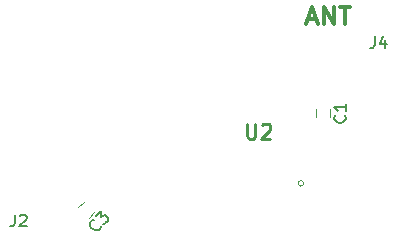
<source format=gbr>
%TF.GenerationSoftware,KiCad,Pcbnew,(2017-10-17 revision 537804b)-master*%
%TF.CreationDate,2018-07-22T21:53:39+10:00*%
%TF.ProjectId,rf_matching,72665F6D61746368696E672E6B696361,rev?*%
%TF.SameCoordinates,PX92c53e0PY691e668*%
%TF.FileFunction,Legend,Top*%
%TF.FilePolarity,Positive*%
%FSLAX46Y46*%
G04 Gerber Fmt 4.6, Leading zero omitted, Abs format (unit mm)*
G04 Created by KiCad (PCBNEW (2017-10-17 revision 537804b)-master) date Sunday, 22 July 2018 'PMt' 21:53:39*
%MOMM*%
%LPD*%
G01*
G04 APERTURE LIST*
%ADD10C,0.300000*%
%ADD11C,0.100000*%
%ADD12C,0.120000*%
%ADD13C,0.150000*%
%ADD14C,0.254000*%
G04 APERTURE END LIST*
D10*
X32310714Y29100000D02*
X33025000Y29100000D01*
X32167857Y28671429D02*
X32667857Y30171429D01*
X33167857Y28671429D01*
X33667857Y28671429D02*
X33667857Y30171429D01*
X34525000Y28671429D01*
X34525000Y30171429D01*
X35025000Y30171429D02*
X35882142Y30171429D01*
X35453571Y28671429D02*
X35453571Y30171429D01*
D11*
%TO.C,U2*%
X31949310Y15215000D02*
G75*
G03X31949310Y15215000I-234310J0D01*
G01*
D12*
%TO.C,C1*%
X32975000Y20800000D02*
X32975000Y21500000D01*
X34175000Y21500000D02*
X34175000Y20800000D01*
%TO.C,C3*%
X14221751Y12823223D02*
X13726777Y12328249D01*
X12878249Y13176777D02*
X13373223Y13671751D01*
%TO.C,J2*%
D13*
X7491666Y12572620D02*
X7491666Y11858334D01*
X7444047Y11715477D01*
X7348809Y11620239D01*
X7205952Y11572620D01*
X7110714Y11572620D01*
X7920238Y12477381D02*
X7967857Y12525000D01*
X8063095Y12572620D01*
X8301190Y12572620D01*
X8396428Y12525000D01*
X8444047Y12477381D01*
X8491666Y12382143D01*
X8491666Y12286905D01*
X8444047Y12144048D01*
X7872619Y11572620D01*
X8491666Y11572620D01*
%TO.C,J4*%
X37966666Y27672620D02*
X37966666Y26958334D01*
X37919047Y26815477D01*
X37823809Y26720239D01*
X37680952Y26672620D01*
X37585714Y26672620D01*
X38871428Y27339286D02*
X38871428Y26672620D01*
X38633333Y27720239D02*
X38395238Y27005953D01*
X39014285Y27005953D01*
%TO.C,U2*%
D14*
X27132380Y20270477D02*
X27132380Y19242381D01*
X27192857Y19121429D01*
X27253333Y19060953D01*
X27374285Y19000477D01*
X27616190Y19000477D01*
X27737142Y19060953D01*
X27797619Y19121429D01*
X27858095Y19242381D01*
X27858095Y20270477D01*
X28402380Y20149524D02*
X28462857Y20210000D01*
X28583809Y20270477D01*
X28886190Y20270477D01*
X29007142Y20210000D01*
X29067619Y20149524D01*
X29128095Y20028572D01*
X29128095Y19907620D01*
X29067619Y19726191D01*
X28341904Y19000477D01*
X29128095Y19000477D01*
%TO.C,C1*%
D13*
X35432142Y20983334D02*
X35479761Y20935715D01*
X35527380Y20792858D01*
X35527380Y20697620D01*
X35479761Y20554762D01*
X35384523Y20459524D01*
X35289285Y20411905D01*
X35098809Y20364286D01*
X34955952Y20364286D01*
X34765476Y20411905D01*
X34670238Y20459524D01*
X34575000Y20554762D01*
X34527380Y20697620D01*
X34527380Y20792858D01*
X34575000Y20935715D01*
X34622619Y20983334D01*
X35527380Y21935715D02*
X35527380Y21364286D01*
X35527380Y21650000D02*
X34527380Y21650000D01*
X34670238Y21554762D01*
X34765476Y21459524D01*
X34813095Y21364286D01*
%TO.C,C3*%
X14745347Y11568951D02*
X14745347Y11501608D01*
X14678003Y11366921D01*
X14610660Y11299577D01*
X14475972Y11232234D01*
X14341285Y11232234D01*
X14240270Y11265905D01*
X14071911Y11366921D01*
X13970896Y11467936D01*
X13869881Y11636295D01*
X13836209Y11737310D01*
X13836209Y11871997D01*
X13903553Y12006684D01*
X13970896Y12074028D01*
X14105583Y12141371D01*
X14172927Y12141371D01*
X14341285Y12444417D02*
X14779018Y12882150D01*
X14812690Y12377073D01*
X14913705Y12478089D01*
X15014721Y12511760D01*
X15082064Y12511760D01*
X15183079Y12478089D01*
X15351438Y12309730D01*
X15385110Y12208715D01*
X15385110Y12141371D01*
X15351438Y12040356D01*
X15149408Y11838325D01*
X15048392Y11804653D01*
X14981049Y11804653D01*
%TD*%
M02*

</source>
